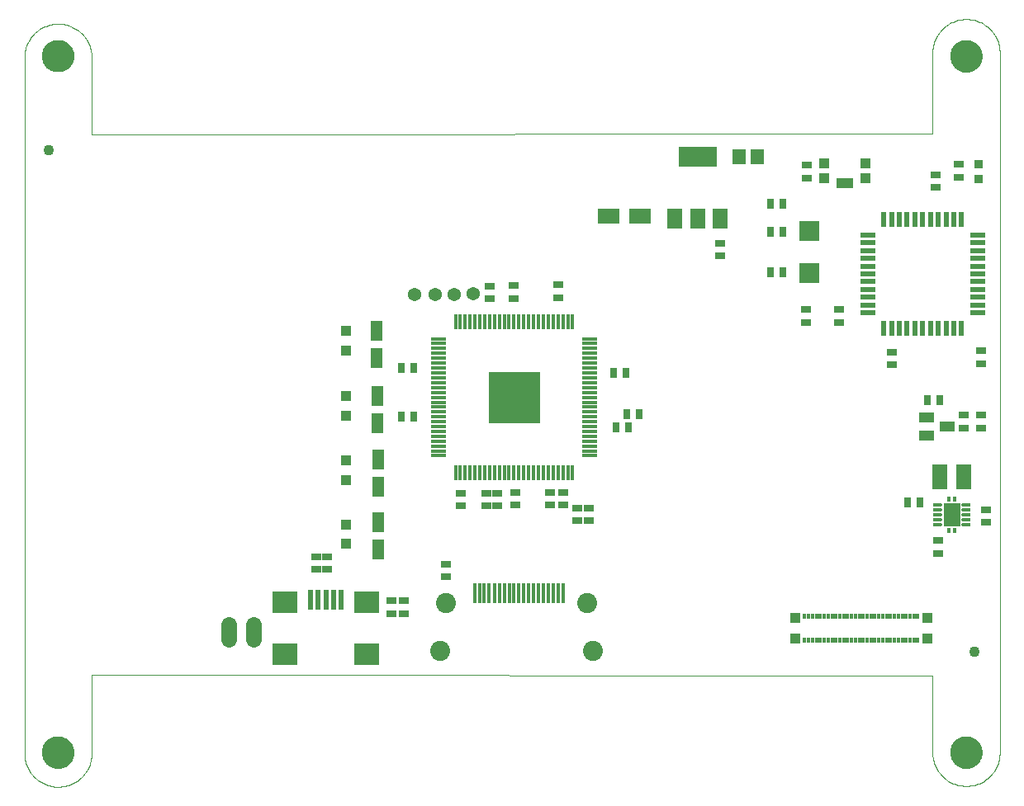
<source format=gts>
G75*
G70*
%OFA0B0*%
%FSLAX24Y24*%
%IPPOS*%
%LPD*%
%AMOC8*
5,1,8,0,0,1.08239X$1,22.5*
%
%ADD10C,0.0000*%
%ADD11C,0.1300*%
%ADD12R,0.0118X0.0236*%
%ADD13R,0.0669X0.0965*%
%ADD14R,0.0299X0.0138*%
%ADD15C,0.0138*%
%ADD16R,0.0591X0.0985*%
%ADD17R,0.0316X0.0394*%
%ADD18R,0.0394X0.0316*%
%ADD19R,0.0591X0.0434*%
%ADD20R,0.0620X0.0150*%
%ADD21R,0.0150X0.0620*%
%ADD22R,0.2090X0.2090*%
%ADD23R,0.0434X0.0434*%
%ADD24R,0.0512X0.0827*%
%ADD25R,0.0131X0.0237*%
%ADD26R,0.0394X0.0402*%
%ADD27R,0.0631X0.0827*%
%ADD28R,0.1536X0.0827*%
%ADD29R,0.0552X0.0631*%
%ADD30R,0.0158X0.0788*%
%ADD31C,0.0808*%
%ADD32C,0.0434*%
%ADD33R,0.0240X0.0620*%
%ADD34R,0.0620X0.0240*%
%ADD35R,0.0840X0.0840*%
%ADD36R,0.0355X0.0355*%
%ADD37C,0.0540*%
%ADD38R,0.1024X0.0906*%
%ADD39R,0.0237X0.0827*%
%ADD40R,0.0709X0.0434*%
%ADD41C,0.0640*%
%ADD42R,0.0906X0.0591*%
D10*
X000504Y001489D02*
X000504Y029619D01*
X001232Y029639D02*
X001234Y029689D01*
X001240Y029739D01*
X001250Y029788D01*
X001264Y029836D01*
X001281Y029883D01*
X001302Y029928D01*
X001327Y029972D01*
X001355Y030013D01*
X001387Y030052D01*
X001421Y030089D01*
X001458Y030123D01*
X001498Y030153D01*
X001540Y030180D01*
X001584Y030204D01*
X001630Y030225D01*
X001677Y030241D01*
X001725Y030254D01*
X001775Y030263D01*
X001824Y030268D01*
X001875Y030269D01*
X001925Y030266D01*
X001974Y030259D01*
X002023Y030248D01*
X002071Y030233D01*
X002117Y030215D01*
X002162Y030193D01*
X002205Y030167D01*
X002246Y030138D01*
X002285Y030106D01*
X002321Y030071D01*
X002353Y030033D01*
X002383Y029993D01*
X002410Y029950D01*
X002433Y029906D01*
X002452Y029860D01*
X002468Y029812D01*
X002480Y029763D01*
X002488Y029714D01*
X002492Y029664D01*
X002492Y029614D01*
X002488Y029564D01*
X002480Y029515D01*
X002468Y029466D01*
X002452Y029418D01*
X002433Y029372D01*
X002410Y029328D01*
X002383Y029285D01*
X002353Y029245D01*
X002321Y029207D01*
X002285Y029172D01*
X002246Y029140D01*
X002205Y029111D01*
X002162Y029085D01*
X002117Y029063D01*
X002071Y029045D01*
X002023Y029030D01*
X001974Y029019D01*
X001925Y029012D01*
X001875Y029009D01*
X001824Y029010D01*
X001775Y029015D01*
X001725Y029024D01*
X001677Y029037D01*
X001630Y029053D01*
X001584Y029074D01*
X001540Y029098D01*
X001498Y029125D01*
X001458Y029155D01*
X001421Y029189D01*
X001387Y029226D01*
X001355Y029265D01*
X001327Y029306D01*
X001302Y029350D01*
X001281Y029395D01*
X001264Y029442D01*
X001250Y029490D01*
X001240Y029539D01*
X001234Y029589D01*
X001232Y029639D01*
X000504Y029619D02*
X000508Y029691D01*
X000517Y029763D01*
X000529Y029835D01*
X000545Y029905D01*
X000565Y029975D01*
X000588Y030043D01*
X000615Y030110D01*
X000646Y030176D01*
X000680Y030240D01*
X000717Y030302D01*
X000757Y030362D01*
X000801Y030419D01*
X000848Y030475D01*
X000897Y030527D01*
X000950Y030577D01*
X001005Y030624D01*
X001062Y030669D01*
X001122Y030710D01*
X001183Y030747D01*
X001247Y030782D01*
X001312Y030813D01*
X001379Y030840D01*
X001448Y030864D01*
X001517Y030884D01*
X001587Y030901D01*
X001659Y030914D01*
X001731Y030923D01*
X001803Y030928D01*
X001875Y030929D01*
X001947Y030926D01*
X002019Y030920D01*
X002091Y030910D01*
X002162Y030895D01*
X002232Y030878D01*
X002301Y030856D01*
X002369Y030831D01*
X002435Y030802D01*
X002500Y030770D01*
X002563Y030734D01*
X002624Y030695D01*
X002683Y030653D01*
X002739Y030608D01*
X002793Y030560D01*
X002845Y030509D01*
X002893Y030455D01*
X002939Y030399D01*
X002982Y030340D01*
X003021Y030280D01*
X003057Y030217D01*
X003090Y030153D01*
X003119Y030086D01*
X003145Y030019D01*
X003167Y029950D01*
X003185Y029880D01*
X003200Y029809D01*
X003211Y029737D01*
X003218Y029665D01*
X003221Y029593D01*
X003220Y029521D01*
X003220Y026470D01*
X037157Y026489D01*
X037157Y029757D01*
X037158Y029757D02*
X037160Y029829D01*
X037166Y029901D01*
X037175Y029973D01*
X037189Y030044D01*
X037206Y030114D01*
X037227Y030184D01*
X037251Y030252D01*
X037279Y030318D01*
X037311Y030383D01*
X037346Y030446D01*
X037384Y030508D01*
X037426Y030567D01*
X037471Y030624D01*
X037518Y030678D01*
X037569Y030730D01*
X037622Y030779D01*
X037677Y030825D01*
X037735Y030868D01*
X037796Y030908D01*
X037858Y030945D01*
X037922Y030978D01*
X037988Y031008D01*
X038055Y031034D01*
X038124Y031057D01*
X038194Y031076D01*
X038264Y031091D01*
X038336Y031103D01*
X038408Y031111D01*
X038480Y031115D01*
X038552Y031115D01*
X038624Y031111D01*
X038696Y031103D01*
X038768Y031091D01*
X038838Y031076D01*
X038908Y031057D01*
X038977Y031034D01*
X039044Y031008D01*
X039110Y030978D01*
X039174Y030945D01*
X039236Y030908D01*
X039297Y030868D01*
X039355Y030825D01*
X039410Y030779D01*
X039463Y030730D01*
X039514Y030678D01*
X039561Y030624D01*
X039606Y030567D01*
X039648Y030508D01*
X039686Y030446D01*
X039721Y030383D01*
X039753Y030318D01*
X039781Y030252D01*
X039805Y030184D01*
X039826Y030114D01*
X039843Y030044D01*
X039857Y029973D01*
X039866Y029901D01*
X039872Y029829D01*
X039874Y029757D01*
X039874Y001489D01*
X039872Y001417D01*
X039866Y001345D01*
X039857Y001273D01*
X039843Y001202D01*
X039826Y001132D01*
X039805Y001062D01*
X039781Y000994D01*
X039753Y000928D01*
X039721Y000863D01*
X039686Y000800D01*
X039648Y000738D01*
X039606Y000679D01*
X039561Y000622D01*
X039514Y000568D01*
X039463Y000516D01*
X039410Y000467D01*
X039355Y000421D01*
X039297Y000378D01*
X039236Y000338D01*
X039174Y000301D01*
X039110Y000268D01*
X039044Y000238D01*
X038977Y000212D01*
X038908Y000189D01*
X038838Y000170D01*
X038768Y000155D01*
X038696Y000143D01*
X038624Y000135D01*
X038552Y000131D01*
X038480Y000131D01*
X038408Y000135D01*
X038336Y000143D01*
X038264Y000155D01*
X038194Y000170D01*
X038124Y000189D01*
X038055Y000212D01*
X037988Y000238D01*
X037922Y000268D01*
X037858Y000301D01*
X037796Y000338D01*
X037735Y000378D01*
X037677Y000421D01*
X037622Y000467D01*
X037569Y000516D01*
X037518Y000568D01*
X037471Y000622D01*
X037426Y000679D01*
X037384Y000738D01*
X037346Y000800D01*
X037311Y000863D01*
X037279Y000928D01*
X037251Y000994D01*
X037227Y001062D01*
X037206Y001132D01*
X037189Y001202D01*
X037175Y001273D01*
X037166Y001345D01*
X037160Y001417D01*
X037158Y001489D01*
X037157Y001489D02*
X037157Y004600D01*
X003220Y004619D01*
X003220Y001430D01*
X003221Y001430D02*
X003217Y001358D01*
X003210Y001286D01*
X003199Y001215D01*
X003184Y001144D01*
X003165Y001074D01*
X003143Y001005D01*
X003117Y000938D01*
X003087Y000872D01*
X003054Y000807D01*
X003018Y000745D01*
X002978Y000684D01*
X002935Y000626D01*
X002889Y000570D01*
X002840Y000517D01*
X002789Y000466D01*
X002734Y000418D01*
X002678Y000373D01*
X002619Y000331D01*
X002558Y000293D01*
X002495Y000257D01*
X002430Y000225D01*
X002363Y000197D01*
X002295Y000172D01*
X002226Y000151D01*
X002156Y000133D01*
X002085Y000119D01*
X002013Y000109D01*
X001941Y000103D01*
X001869Y000101D01*
X001796Y000103D01*
X001724Y000108D01*
X001652Y000117D01*
X001581Y000130D01*
X001511Y000147D01*
X001441Y000168D01*
X001373Y000192D01*
X001307Y000220D01*
X001241Y000251D01*
X001178Y000286D01*
X001116Y000324D01*
X001057Y000365D01*
X001000Y000410D01*
X000945Y000457D01*
X000893Y000507D01*
X000844Y000560D01*
X000797Y000616D01*
X000754Y000673D01*
X000713Y000734D01*
X000676Y000796D01*
X000643Y000860D01*
X000613Y000925D01*
X000586Y000993D01*
X000563Y001061D01*
X000543Y001131D01*
X000528Y001202D01*
X000516Y001273D01*
X000508Y001345D01*
X000504Y001417D01*
X000503Y001490D01*
X001232Y001489D02*
X001234Y001539D01*
X001240Y001589D01*
X001250Y001638D01*
X001264Y001686D01*
X001281Y001733D01*
X001302Y001778D01*
X001327Y001822D01*
X001355Y001863D01*
X001387Y001902D01*
X001421Y001939D01*
X001458Y001973D01*
X001498Y002003D01*
X001540Y002030D01*
X001584Y002054D01*
X001630Y002075D01*
X001677Y002091D01*
X001725Y002104D01*
X001775Y002113D01*
X001824Y002118D01*
X001875Y002119D01*
X001925Y002116D01*
X001974Y002109D01*
X002023Y002098D01*
X002071Y002083D01*
X002117Y002065D01*
X002162Y002043D01*
X002205Y002017D01*
X002246Y001988D01*
X002285Y001956D01*
X002321Y001921D01*
X002353Y001883D01*
X002383Y001843D01*
X002410Y001800D01*
X002433Y001756D01*
X002452Y001710D01*
X002468Y001662D01*
X002480Y001613D01*
X002488Y001564D01*
X002492Y001514D01*
X002492Y001464D01*
X002488Y001414D01*
X002480Y001365D01*
X002468Y001316D01*
X002452Y001268D01*
X002433Y001222D01*
X002410Y001178D01*
X002383Y001135D01*
X002353Y001095D01*
X002321Y001057D01*
X002285Y001022D01*
X002246Y000990D01*
X002205Y000961D01*
X002162Y000935D01*
X002117Y000913D01*
X002071Y000895D01*
X002023Y000880D01*
X001974Y000869D01*
X001925Y000862D01*
X001875Y000859D01*
X001824Y000860D01*
X001775Y000865D01*
X001725Y000874D01*
X001677Y000887D01*
X001630Y000903D01*
X001584Y000924D01*
X001540Y000948D01*
X001498Y000975D01*
X001458Y001005D01*
X001421Y001039D01*
X001387Y001076D01*
X001355Y001115D01*
X001327Y001156D01*
X001302Y001200D01*
X001281Y001245D01*
X001264Y001292D01*
X001250Y001340D01*
X001240Y001389D01*
X001234Y001439D01*
X001232Y001489D01*
X037886Y001489D02*
X037888Y001539D01*
X037894Y001589D01*
X037904Y001638D01*
X037918Y001686D01*
X037935Y001733D01*
X037956Y001778D01*
X037981Y001822D01*
X038009Y001863D01*
X038041Y001902D01*
X038075Y001939D01*
X038112Y001973D01*
X038152Y002003D01*
X038194Y002030D01*
X038238Y002054D01*
X038284Y002075D01*
X038331Y002091D01*
X038379Y002104D01*
X038429Y002113D01*
X038478Y002118D01*
X038529Y002119D01*
X038579Y002116D01*
X038628Y002109D01*
X038677Y002098D01*
X038725Y002083D01*
X038771Y002065D01*
X038816Y002043D01*
X038859Y002017D01*
X038900Y001988D01*
X038939Y001956D01*
X038975Y001921D01*
X039007Y001883D01*
X039037Y001843D01*
X039064Y001800D01*
X039087Y001756D01*
X039106Y001710D01*
X039122Y001662D01*
X039134Y001613D01*
X039142Y001564D01*
X039146Y001514D01*
X039146Y001464D01*
X039142Y001414D01*
X039134Y001365D01*
X039122Y001316D01*
X039106Y001268D01*
X039087Y001222D01*
X039064Y001178D01*
X039037Y001135D01*
X039007Y001095D01*
X038975Y001057D01*
X038939Y001022D01*
X038900Y000990D01*
X038859Y000961D01*
X038816Y000935D01*
X038771Y000913D01*
X038725Y000895D01*
X038677Y000880D01*
X038628Y000869D01*
X038579Y000862D01*
X038529Y000859D01*
X038478Y000860D01*
X038429Y000865D01*
X038379Y000874D01*
X038331Y000887D01*
X038284Y000903D01*
X038238Y000924D01*
X038194Y000948D01*
X038152Y000975D01*
X038112Y001005D01*
X038075Y001039D01*
X038041Y001076D01*
X038009Y001115D01*
X037981Y001156D01*
X037956Y001200D01*
X037935Y001245D01*
X037918Y001292D01*
X037904Y001340D01*
X037894Y001389D01*
X037888Y001439D01*
X037886Y001489D01*
X037886Y029619D02*
X037888Y029669D01*
X037894Y029719D01*
X037904Y029768D01*
X037918Y029816D01*
X037935Y029863D01*
X037956Y029908D01*
X037981Y029952D01*
X038009Y029993D01*
X038041Y030032D01*
X038075Y030069D01*
X038112Y030103D01*
X038152Y030133D01*
X038194Y030160D01*
X038238Y030184D01*
X038284Y030205D01*
X038331Y030221D01*
X038379Y030234D01*
X038429Y030243D01*
X038478Y030248D01*
X038529Y030249D01*
X038579Y030246D01*
X038628Y030239D01*
X038677Y030228D01*
X038725Y030213D01*
X038771Y030195D01*
X038816Y030173D01*
X038859Y030147D01*
X038900Y030118D01*
X038939Y030086D01*
X038975Y030051D01*
X039007Y030013D01*
X039037Y029973D01*
X039064Y029930D01*
X039087Y029886D01*
X039106Y029840D01*
X039122Y029792D01*
X039134Y029743D01*
X039142Y029694D01*
X039146Y029644D01*
X039146Y029594D01*
X039142Y029544D01*
X039134Y029495D01*
X039122Y029446D01*
X039106Y029398D01*
X039087Y029352D01*
X039064Y029308D01*
X039037Y029265D01*
X039007Y029225D01*
X038975Y029187D01*
X038939Y029152D01*
X038900Y029120D01*
X038859Y029091D01*
X038816Y029065D01*
X038771Y029043D01*
X038725Y029025D01*
X038677Y029010D01*
X038628Y028999D01*
X038579Y028992D01*
X038529Y028989D01*
X038478Y028990D01*
X038429Y028995D01*
X038379Y029004D01*
X038331Y029017D01*
X038284Y029033D01*
X038238Y029054D01*
X038194Y029078D01*
X038152Y029105D01*
X038112Y029135D01*
X038075Y029169D01*
X038041Y029206D01*
X038009Y029245D01*
X037981Y029286D01*
X037956Y029330D01*
X037935Y029375D01*
X037918Y029422D01*
X037904Y029470D01*
X037894Y029519D01*
X037888Y029569D01*
X037886Y029619D01*
D11*
X038516Y029619D03*
X001862Y029639D03*
X001862Y001489D03*
X038516Y001489D03*
D12*
X038044Y010459D03*
X037827Y010459D03*
X037827Y011738D03*
X038044Y011738D03*
D13*
X037936Y011098D03*
D14*
X038544Y011098D03*
X038544Y010902D03*
X038544Y010705D03*
X038544Y011295D03*
X038544Y011492D03*
X037327Y011492D03*
X037327Y011295D03*
X037327Y011098D03*
X037327Y010902D03*
X037327Y010705D03*
D15*
X037477Y010705D03*
X037477Y010902D03*
X037477Y011098D03*
X037477Y011295D03*
X037477Y011492D03*
X038394Y011492D03*
X038394Y011295D03*
X038394Y011098D03*
X038394Y010902D03*
X038394Y010705D03*
D16*
X038408Y012614D03*
X037463Y012614D03*
D17*
X036668Y011597D03*
X036156Y011597D03*
X036941Y015722D03*
X037453Y015722D03*
X031114Y020879D03*
X030602Y020879D03*
X030602Y022533D03*
X031114Y022533D03*
X031114Y023674D03*
X030602Y023674D03*
X024795Y016824D03*
X024283Y016824D03*
X024815Y015170D03*
X025327Y015170D03*
X024894Y014619D03*
X024382Y014619D03*
X016232Y015052D03*
X015720Y015052D03*
X015720Y017021D03*
X016232Y017021D03*
D18*
X019283Y019816D03*
X019283Y020328D03*
X020268Y020348D03*
X020268Y019836D03*
X022039Y019875D03*
X022039Y020387D03*
X028575Y021548D03*
X028575Y022060D03*
X032039Y019383D03*
X032039Y018871D03*
X033378Y018871D03*
X033378Y019383D03*
X035504Y017670D03*
X035504Y017159D03*
X038417Y015111D03*
X038417Y014600D03*
X039126Y014600D03*
X039126Y015111D03*
X039126Y017198D03*
X039126Y017710D03*
X039333Y011295D03*
X039333Y010783D03*
X037371Y010043D03*
X037371Y009531D03*
X023299Y010859D03*
X022807Y010859D03*
X022807Y011371D03*
X023299Y011371D03*
X022236Y011489D03*
X021724Y011489D03*
X021724Y012001D03*
X022236Y012001D03*
X020327Y012001D03*
X020327Y011489D03*
X019598Y011450D03*
X019146Y011450D03*
X019146Y011962D03*
X019598Y011962D03*
X018122Y011962D03*
X018122Y011450D03*
X017531Y009088D03*
X017531Y008576D03*
X015819Y007611D03*
X015307Y007611D03*
X015307Y007100D03*
X015819Y007100D03*
X012709Y008891D03*
X012276Y008891D03*
X012276Y009403D03*
X012709Y009403D03*
X032098Y024698D03*
X032098Y025210D03*
X037276Y024836D03*
X037276Y024324D03*
X038220Y024737D03*
X038220Y025249D03*
D19*
X036902Y015033D03*
X036902Y014285D03*
X037768Y014659D03*
D20*
X023308Y014660D03*
X023308Y014860D03*
X023308Y015050D03*
X023308Y015250D03*
X023308Y015450D03*
X023308Y015640D03*
X023308Y015840D03*
X023308Y016040D03*
X023308Y016230D03*
X023308Y016430D03*
X023308Y016630D03*
X023308Y016820D03*
X023308Y017020D03*
X023308Y017220D03*
X023308Y017410D03*
X023308Y017610D03*
X023308Y017810D03*
X023308Y018010D03*
X023308Y018200D03*
X023308Y014460D03*
X023308Y014270D03*
X023308Y014070D03*
X023308Y013870D03*
X023308Y013670D03*
X023308Y013480D03*
X017228Y013480D03*
X017228Y013670D03*
X017228Y013870D03*
X017228Y014070D03*
X017228Y014270D03*
X017228Y014460D03*
X017228Y014660D03*
X017228Y014860D03*
X017228Y015050D03*
X017228Y015250D03*
X017228Y015450D03*
X017228Y015640D03*
X017228Y015840D03*
X017228Y016040D03*
X017228Y016230D03*
X017228Y016430D03*
X017228Y016630D03*
X017228Y016820D03*
X017228Y017020D03*
X017228Y017220D03*
X017228Y017410D03*
X017228Y017610D03*
X017228Y017810D03*
X017228Y018010D03*
X017228Y018200D03*
D21*
X017908Y018880D03*
X018098Y018880D03*
X018298Y018880D03*
X018498Y018880D03*
X018698Y018880D03*
X018888Y018880D03*
X019088Y018880D03*
X019288Y018880D03*
X019478Y018880D03*
X019678Y018880D03*
X019878Y018880D03*
X020068Y018880D03*
X020268Y018880D03*
X020468Y018880D03*
X020658Y018880D03*
X020858Y018880D03*
X021058Y018880D03*
X021248Y018880D03*
X021448Y018880D03*
X021648Y018880D03*
X021838Y018880D03*
X022038Y018880D03*
X022238Y018880D03*
X022438Y018880D03*
X022628Y018880D03*
X022628Y012800D03*
X022438Y012800D03*
X022238Y012800D03*
X022038Y012800D03*
X021838Y012800D03*
X021648Y012800D03*
X021448Y012800D03*
X021248Y012800D03*
X021058Y012800D03*
X020858Y012800D03*
X020658Y012800D03*
X020468Y012800D03*
X020268Y012800D03*
X020068Y012800D03*
X019878Y012800D03*
X019678Y012800D03*
X019478Y012800D03*
X019288Y012800D03*
X019088Y012800D03*
X018888Y012800D03*
X018698Y012800D03*
X018498Y012800D03*
X018298Y012800D03*
X018098Y012800D03*
X017908Y012800D03*
D22*
X020278Y015820D03*
D23*
X013496Y015879D03*
X013496Y015092D03*
X013496Y013281D03*
X013496Y012493D03*
X013496Y010702D03*
X013496Y009914D03*
X013496Y017729D03*
X013496Y018517D03*
X032787Y024678D03*
X032787Y025308D03*
X034441Y025308D03*
X034441Y024678D03*
D24*
X014717Y018537D03*
X014717Y017434D03*
X014756Y015879D03*
X014756Y014777D03*
X014776Y013340D03*
X014776Y012237D03*
X014776Y010781D03*
X014776Y009678D03*
D25*
X032000Y006981D03*
X032157Y006981D03*
X032315Y006981D03*
X032472Y006981D03*
X032630Y006981D03*
X032787Y006981D03*
X032945Y006981D03*
X033102Y006981D03*
X033260Y006981D03*
X033417Y006981D03*
X033575Y006981D03*
X033732Y006981D03*
X033890Y006981D03*
X034047Y006981D03*
X034205Y006981D03*
X034362Y006981D03*
X034520Y006981D03*
X034677Y006981D03*
X034835Y006981D03*
X034992Y006981D03*
X035150Y006981D03*
X035307Y006981D03*
X035465Y006981D03*
X035622Y006981D03*
X035780Y006981D03*
X035937Y006981D03*
X036094Y006981D03*
X036252Y006981D03*
X036409Y006981D03*
X036567Y006981D03*
X036567Y006037D03*
X036409Y006037D03*
X036252Y006037D03*
X036094Y006037D03*
X035937Y006037D03*
X035780Y006037D03*
X035622Y006037D03*
X035465Y006037D03*
X035307Y006037D03*
X035150Y006037D03*
X034992Y006037D03*
X034835Y006037D03*
X034677Y006037D03*
X034520Y006037D03*
X034362Y006037D03*
X034205Y006037D03*
X034047Y006037D03*
X033890Y006037D03*
X033732Y006037D03*
X033575Y006037D03*
X033417Y006037D03*
X033260Y006037D03*
X033102Y006037D03*
X032945Y006037D03*
X032787Y006037D03*
X032630Y006037D03*
X032472Y006037D03*
X032315Y006037D03*
X032157Y006037D03*
X032000Y006037D03*
D26*
X031606Y006076D03*
X031606Y006942D03*
X036961Y006942D03*
X036961Y006076D03*
D27*
X028575Y023064D03*
X027669Y023064D03*
X026764Y023064D03*
D28*
X027669Y025544D03*
D29*
X029343Y025544D03*
X030091Y025544D03*
D30*
X022236Y007911D03*
X022039Y007911D03*
X021843Y007911D03*
X021646Y007911D03*
X021449Y007911D03*
X021252Y007911D03*
X021055Y007911D03*
X020858Y007911D03*
X020661Y007911D03*
X020465Y007911D03*
X020268Y007911D03*
X020071Y007911D03*
X019874Y007911D03*
X019677Y007911D03*
X019480Y007911D03*
X019264Y007911D03*
X019067Y007911D03*
X018870Y007911D03*
X018673Y007911D03*
D31*
X017512Y007533D03*
X017276Y005603D03*
X023457Y005603D03*
X023220Y007533D03*
D32*
X038850Y005544D03*
X001469Y025840D03*
D33*
X035194Y023030D03*
X035504Y023030D03*
X035824Y023030D03*
X036134Y023030D03*
X036454Y023030D03*
X036764Y023030D03*
X037074Y023030D03*
X037394Y023030D03*
X037704Y023030D03*
X038024Y023030D03*
X038334Y023030D03*
X038334Y018610D03*
X038024Y018610D03*
X037704Y018610D03*
X037394Y018610D03*
X037074Y018610D03*
X036764Y018610D03*
X036454Y018610D03*
X036134Y018610D03*
X035824Y018610D03*
X035504Y018610D03*
X035194Y018610D03*
D34*
X034554Y019250D03*
X034554Y019560D03*
X034554Y019880D03*
X034554Y020190D03*
X034554Y020510D03*
X034554Y020820D03*
X034554Y021130D03*
X034554Y021450D03*
X034554Y021760D03*
X034554Y022080D03*
X034554Y022390D03*
X038974Y022390D03*
X038974Y022080D03*
X038974Y021760D03*
X038974Y021450D03*
X038974Y021130D03*
X038974Y020820D03*
X038974Y020510D03*
X038974Y020190D03*
X038974Y019880D03*
X038974Y019560D03*
X038974Y019250D03*
D35*
X032187Y020872D03*
X032187Y022572D03*
D36*
X039008Y024659D03*
X039008Y025249D03*
D37*
X018614Y020033D03*
X017866Y019993D03*
X017079Y019993D03*
X016252Y019993D03*
D38*
X014323Y007552D03*
X014323Y005466D03*
X011016Y005466D03*
X011016Y007552D03*
D39*
X012039Y007651D03*
X012354Y007651D03*
X012669Y007651D03*
X012984Y007651D03*
X013299Y007651D03*
D40*
X033614Y024481D03*
D41*
X009764Y006671D02*
X009764Y006071D01*
X008764Y006071D02*
X008764Y006671D01*
D42*
X024087Y023143D03*
X025346Y023143D03*
M02*

</source>
